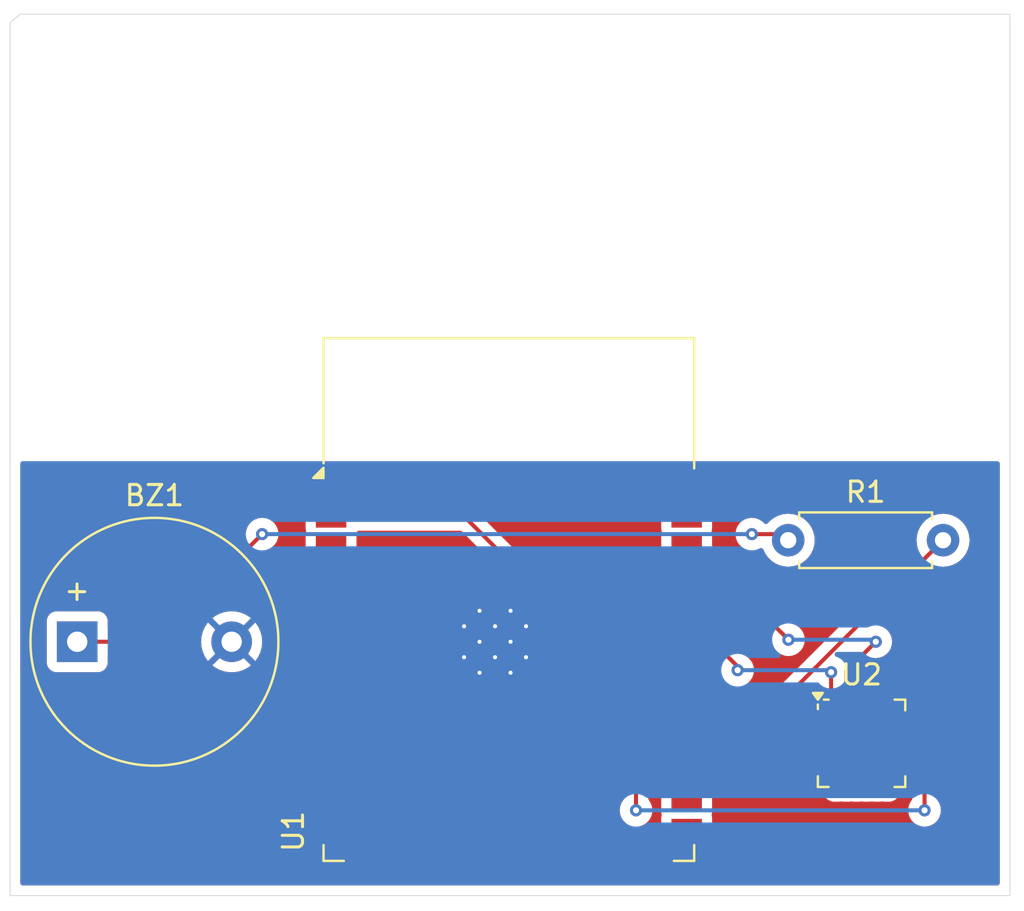
<source format=kicad_pcb>
(kicad_pcb (version 20240108) (generator "pcbnew") (generator_version "8.0")
  (layers (0 "F.Cu" signal "Front") (1 "In1.Cu" signal) (2 "In2.Cu" signal) (31 "B.Cu" signal "Back") (34 "B.Paste" user) (35 "F.Paste" user) (36 "B.SilkS" user "B.Silkscreen") (37 "F.SilkS" user "F.Silkscreen") (38 "B.Mask" user) (39 "F.Mask" user) (44 "Edge.Cuts" user))
  (net 0 "")
  (net 1 "GND")
  (net 2 "Net-(BZ1-+)")
  (net 22 "Net-(U1-IO21)")
  (net 34 "+3.3V")
  (net 35 "Net-(U1-IO22)")
  (net 57 "Net-(U1-IO18)")
  (footprint "Buzzer_Beeper:Buzzer_12x9.5RM7.6" (layer "F.Cu") (at 117.2 99)
    (property "Reference" "BZ1" (at 3.8 -7.2 0) (layer "F.SilkS"))
    (property "Value" "Buzzer")
    (fp_circle (center 3.8 0) (end 9.9 0) (stroke (width 0.12)) (fill none) (layer "F.SilkS"))
    (fp_text user "+" (at -0.01 -2.54 0) (layer "F.SilkS"))
    (pad "1" thru_hole rect (at 0 0) (size 2 2) (drill 1) (layers "*.Cu" "*.Mask") (net 2 "Net-(BZ1-+)"))
    (pad "2" thru_hole circle (at 7.6 0) (size 2 2) (drill 1) (layers "*.Cu" "*.Mask") (net 1 "GND"))
  )
  (footprint "Sensor_Motion:InvenSense_QFN-24_4x4mm_P0.5mm" (layer "F.Cu") (at 155.8 104)
    (property "Reference" "U2" (at 0 -3.375 0) (layer "F.SilkS"))
    (property "Value" "MPU-6050")
    (fp_line (start -2.15 -1.685) (end -2.15 -1.91) (stroke (width 0.12)) (layer "F.SilkS"))
    (fp_line (start -2.15 2.15) (end -2.15 1.625) (stroke (width 0.12)) (layer "F.SilkS"))
    (fp_line (start -2.15 2.15) (end -1.625 2.15) (stroke (width 0.12)) (layer "F.SilkS"))
    (fp_line (start -1.625 -2.15) (end -1.85 -2.15) (stroke (width 0.12)) (layer "F.SilkS"))
    (fp_line (start 2.15 -2.15) (end 1.625 -2.15) (stroke (width 0.12)) (layer "F.SilkS"))
    (fp_line (start 2.15 -2.15) (end 2.15 -1.625) (stroke (width 0.12)) (layer "F.SilkS"))
    (fp_line (start 2.15 2.15) (end 1.625 2.15) (stroke (width 0.12)) (layer "F.SilkS"))
    (fp_line (start 2.15 2.15) (end 2.15 1.625) (stroke (width 0.12)) (layer "F.SilkS"))
    (fp_poly (pts (xy -2.15 -2.15) (xy -2.39 -2.48) (xy -1.91 -2.48) (xy -2.15 -2.15)) (stroke (width 0.12)) (fill solid) (layer "F.SilkS"))
    (pad "1" smd roundrect (at -1.95 -1.25) (size 0.85 0.3) (layers "F.Cu" "F.Paste" "F.Mask"))
    (pad "2" smd roundrect (at -1.95 -0.75) (size 0.85 0.3) (layers "F.Cu" "F.Paste" "F.Mask"))
    (pad "3" smd roundrect (at -1.95 -0.25) (size 0.85 0.3) (layers "F.Cu" "F.Paste" "F.Mask"))
    (pad "4" smd roundrect (at -1.95 0.25) (size 0.85 0.3) (layers "F.Cu" "F.Paste" "F.Mask"))
    (pad "5" smd roundrect (at -1.95 0.75) (size 0.85 0.3) (layers "F.Cu" "F.Paste" "F.Mask"))
    (pad "6" smd roundrect (at -1.95 1.25) (size 0.85 0.3) (layers "F.Cu" "F.Paste" "F.Mask"))
    (pad "7" smd roundrect (at -1.25 1.95 90) (size 0.85 0.3) (layers "F.Cu" "F.Paste" "F.Mask"))
    (pad "8" smd roundrect (at -0.75 1.95 90) (size 0.85 0.3) (layers "F.Cu" "F.Paste" "F.Mask"))
    (pad "9" smd roundrect (at -0.25 1.95 90) (size 0.85 0.3) (layers "F.Cu" "F.Paste" "F.Mask"))
    (pad "10" smd roundrect (at 0.25 1.95 90) (size 0.85 0.3) (layers "F.Cu" "F.Paste" "F.Mask"))
    (pad "11" smd roundrect (at 0.75 1.95 90) (size 0.85 0.3) (layers "F.Cu" "F.Paste" "F.Mask"))
    (pad "12" smd roundrect (at 1.25 1.95 90) (size 0.85 0.3) (layers "F.Cu" "F.Paste" "F.Mask"))
    (pad "13" smd roundrect (at 1.95 1.25) (size 0.85 0.3) (layers "F.Cu" "F.Paste" "F.Mask") (net 34 "+3.3V"))
    (pad "14" smd roundrect (at 1.95 0.75) (size 0.85 0.3) (layers "F.Cu" "F.Paste" "F.Mask"))
    (pad "15" smd roundrect (at 1.95 0.25) (size 0.85 0.3) (layers "F.Cu" "F.Paste" "F.Mask"))
    (pad "16" smd roundrect (at 1.95 -0.25) (size 0.85 0.3) (layers "F.Cu" "F.Paste" "F.Mask"))
    (pad "17" smd roundrect (at 1.95 -0.75) (size 0.85 0.3) (layers "F.Cu" "F.Paste" "F.Mask"))
    (pad "18" smd roundrect (at 1.95 -1.25) (size 0.85 0.3) (layers "F.Cu" "F.Paste" "F.Mask") (net 1 "GND"))
    (pad "19" smd roundrect (at 1.25 -1.95 90) (size 0.85 0.3) (layers "F.Cu" "F.Paste" "F.Mask"))
    (pad "20" smd roundrect (at 0.75 -1.95 90) (size 0.85 0.3) (layers "F.Cu" "F.Paste" "F.Mask"))
    (pad "21" smd roundrect (at 0.25 -1.95 90) (size 0.85 0.3) (layers "F.Cu" "F.Paste" "F.Mask"))
    (pad "22" smd roundrect (at -0.25 -1.95 90) (size 0.85 0.3) (layers "F.Cu" "F.Paste" "F.Mask"))
    (pad "23" smd roundrect (at -0.75 -1.95 90) (size 0.85 0.3) (layers "F.Cu" "F.Paste" "F.Mask") (net 35 "Net-(U1-IO22)"))
    (pad "24" smd roundrect (at -1.25 -1.95 90) (size 0.85 0.3) (layers "F.Cu" "F.Paste" "F.Mask") (net 22 "Net-(U1-IO21)"))
    (zone (net 0) (net_name "") (layer "F.Cu") (connect_pads (clearance 0)) (min_thickness 0.254)
      (keepout (tracks not_allowed) (vias not_allowed) (pads not_allowed) (copperpour not_allowed) (footprints allowed))
      (fill (thermal_gap 0.508) (thermal_bridge_width 0.508))
      (polygon (pts (xy 154.425 102.675) (xy 157.175 102.675) (xy 157.175 105.325) (xy 154.425 105.325)))
    )
  )
  (footprint "RF_Module:ESP32-WROOM-32" (layer "F.Cu") (at 138.4425 99.91)
    (property "Reference" "U1" (at -10.61 8.43 90) (layer "F.SilkS"))
    (property "Value" "ESP32-WROOM-32")
    (fp_line (start -9.12 -15.86) (end -9.12 -9.7) (stroke (width 0.12)) (layer "F.SilkS"))
    (fp_line (start -9.12 -15.86) (end 9.12 -15.86) (stroke (width 0.12)) (layer "F.SilkS"))
    (fp_line (start -9.12 9.1) (end -9.12 9.88) (stroke (width 0.12)) (layer "F.SilkS"))
    (fp_line (start -9.12 9.88) (end -8.12 9.88) (stroke (width 0.12)) (layer "F.SilkS"))
    (fp_line (start 9.12 -15.86) (end 9.12 -9.445) (stroke (width 0.12)) (layer "F.SilkS"))
    (fp_line (start 9.12 9.1) (end 9.12 9.88) (stroke (width 0.12)) (layer "F.SilkS"))
    (fp_line (start 9.12 9.88) (end 8.12 9.88) (stroke (width 0.12)) (layer "F.SilkS"))
    (fp_poly (pts (xy -9.125 -8.975) (xy -9.625 -8.975) (xy -9.125 -9.475) (xy -9.125 -8.975)) (stroke (width 0.12)) (fill solid) (layer "F.SilkS"))
    (pad "1" smd rect (at -8.75 -8.25) (size 1.5 0.9) (layers "F.Cu" "F.Paste" "F.Mask") (net 1 "GND"))
    (pad "2" smd rect (at -8.75 -6.98) (size 1.5 0.9) (layers "F.Cu" "F.Paste" "F.Mask") (net 34 "+3.3V"))
    (pad "3" smd rect (at -8.75 -5.71) (size 1.5 0.9) (layers "F.Cu" "F.Paste" "F.Mask"))
    (pad "4" smd rect (at -8.75 -4.44) (size 1.5 0.9) (layers "F.Cu" "F.Paste" "F.Mask"))
    (pad "5" smd rect (at -8.75 -3.17) (size 1.5 0.9) (layers "F.Cu" "F.Paste" "F.Mask"))
    (pad "6" smd rect (at -8.75 -1.9) (size 1.5 0.9) (layers "F.Cu" "F.Paste" "F.Mask"))
    (pad "7" smd rect (at -8.75 -0.63) (size 1.5 0.9) (layers "F.Cu" "F.Paste" "F.Mask"))
    (pad "8" smd rect (at -8.75 0.64) (size 1.5 0.9) (layers "F.Cu" "F.Paste" "F.Mask"))
    (pad "9" smd rect (at -8.75 1.91) (size 1.5 0.9) (layers "F.Cu" "F.Paste" "F.Mask"))
    (pad "10" smd rect (at -8.75 3.18) (size 1.5 0.9) (layers "F.Cu" "F.Paste" "F.Mask"))
    (pad "11" smd rect (at -8.75 4.45) (size 1.5 0.9) (layers "F.Cu" "F.Paste" "F.Mask"))
    (pad "12" smd rect (at -8.75 5.72) (size 1.5 0.9) (layers "F.Cu" "F.Paste" "F.Mask"))
    (pad "13" smd rect (at -8.75 6.99) (size 1.5 0.9) (layers "F.Cu" "F.Paste" "F.Mask"))
    (pad "14" smd rect (at -8.75 8.26) (size 1.5 0.9) (layers "F.Cu" "F.Paste" "F.Mask"))
    (pad "15" smd rect (at -5.71 9.51 90) (size 1.5 0.9) (layers "F.Cu" "F.Paste" "F.Mask") (net 1 "GND"))
    (pad "16" smd rect (at -4.44 9.51 90) (size 1.5 0.9) (layers "F.Cu" "F.Paste" "F.Mask"))
    (pad "17" smd rect (at -3.17 9.51 90) (size 1.5 0.9) (layers "F.Cu" "F.Paste" "F.Mask"))
    (pad "18" smd rect (at -1.9 9.51 90) (size 1.5 0.9) (layers "F.Cu" "F.Paste" "F.Mask"))
    (pad "19" smd rect (at -0.63 9.51 90) (size 1.5 0.9) (layers "F.Cu" "F.Paste" "F.Mask"))
    (pad "20" smd rect (at 0.64 9.51 90) (size 1.5 0.9) (layers "F.Cu" "F.Paste" "F.Mask"))
    (pad "21" smd rect (at 1.91 9.51 90) (size 1.5 0.9) (layers "F.Cu" "F.Paste" "F.Mask"))
    (pad "22" smd rect (at 3.18 9.51 90) (size 1.5 0.9) (layers "F.Cu" "F.Paste" "F.Mask"))
    (pad "23" smd rect (at 4.45 9.51 90) (size 1.5 0.9) (layers "F.Cu" "F.Paste" "F.Mask"))
    (pad "24" smd rect (at 5.72 9.51 90) (size 1.5 0.9) (layers "F.Cu" "F.Paste" "F.Mask"))
    (pad "25" smd rect (at 8.75 8.26) (size 1.5 0.9) (layers "F.Cu" "F.Paste" "F.Mask"))
    (pad "26" smd rect (at 8.75 6.99) (size 1.5 0.9) (layers "F.Cu" "F.Paste" "F.Mask"))
    (pad "27" smd rect (at 8.75 5.72) (size 1.5 0.9) (layers "F.Cu" "F.Paste" "F.Mask"))
    (pad "28" smd rect (at 8.75 4.45) (size 1.5 0.9) (layers "F.Cu" "F.Paste" "F.Mask"))
    (pad "29" smd rect (at 8.75 3.18) (size 1.5 0.9) (layers "F.Cu" "F.Paste" "F.Mask"))
    (pad "30" smd rect (at 8.75 1.91) (size 1.5 0.9) (layers "F.Cu" "F.Paste" "F.Mask") (net 57 "Net-(U1-IO18)"))
    (pad "31" smd rect (at 8.75 0.64) (size 1.5 0.9) (layers "F.Cu" "F.Paste" "F.Mask"))
    (pad "32" smd rect (at 8.75 -0.63) (size 1.5 0.9) (layers "F.Cu" "F.Paste" "F.Mask"))
    (pad "33" smd rect (at 8.75 -1.9) (size 1.5 0.9) (layers "F.Cu" "F.Paste" "F.Mask") (net 22 "Net-(U1-IO21)"))
    (pad "34" smd rect (at 8.75 -3.17) (size 1.5 0.9) (layers "F.Cu" "F.Paste" "F.Mask"))
    (pad "35" smd rect (at 8.75 -4.44) (size 1.5 0.9) (layers "F.Cu" "F.Paste" "F.Mask"))
    (pad "36" smd rect (at 8.75 -5.71) (size 1.5 0.9) (layers "F.Cu" "F.Paste" "F.Mask") (net 35 "Net-(U1-IO22)"))
    (pad "37" smd rect (at 8.75 -6.98) (size 1.5 0.9) (layers "F.Cu" "F.Paste" "F.Mask"))
    (pad "38" smd rect (at 8.75 -8.25) (size 1.5 0.9) (layers "F.Cu" "F.Paste" "F.Mask") (net 1 "GND"))
    (pad "39" smd rect (at -2.205 -2.435) (size 1.05 1.05) (layers "F.Cu" "F.Paste") (net 1 "GND"))
    (pad "39" thru_hole circle (at -2.205 -1.6725) (size 0.6 0.6) (drill 0.2) (property pad_prop_heatsink) (layers "*.Cu" "F.Mask") (net 1 "GND"))
    (pad "39" smd rect (at -2.205 -0.91) (size 1.05 1.05) (layers "F.Cu" "F.Paste") (net 1 "GND"))
    (pad "39" thru_hole circle (at -2.205 -0.1475) (size 0.6 0.6) (drill 0.2) (property pad_prop_heatsink) (layers "*.Cu" "F.Mask") (net 1 "GND"))
    (pad "39" smd rect (at -2.205 0.615) (size 1.05 1.05) (layers "F.Cu" "F.Paste") (net 1 "GND"))
    (pad "39" thru_hole circle (at -1.4425 -2.435) (size 0.6 0.6) (drill 0.2) (property pad_prop_heatsink) (layers "*.Cu" "F.Mask") (net 1 "GND"))
    (pad "39" thru_hole circle (at -1.4425 -0.91) (size 0.6 0.6) (drill 0.2) (property pad_prop_heatsink) (layers "*.Cu" "F.Mask") (net 1 "GND"))
    (pad "39" thru_hole circle (at -1.4425 0.615) (size 0.6 0.6) (drill 0.2) (property pad_prop_heatsink) (layers "*.Cu" "F.Mask") (net 1 "GND"))
    (pad "39" smd rect (at -0.68 -2.435) (size 1.05 1.05) (layers "F.Cu" "F.Paste") (net 1 "GND"))
    (pad "39" thru_hole circle (at -0.68 -1.6725) (size 0.6 0.6) (drill 0.2) (property pad_prop_heatsink) (layers "*.Cu" "F.Mask") (net 1 "GND"))
    (pad "39" smd rect (at -0.68 -0.91) (size 1.05 1.05) (layers "F.Cu" "F.Paste") (net 1 "GND"))
    (pad "39" smd rect (at -0.68 -0.91) (size 4.2 4.2) (property pad_prop_heatsink) (layers "F.Cu" "F.Mask") (net 1 "GND"))
    (pad "39" thru_hole circle (at -0.68 -0.1475) (size 0.6 0.6) (drill 0.2) (property pad_prop_heatsink) (layers "*.Cu" "F.Mask") (net 1 "GND"))
    (pad "39" smd rect (at -0.68 0.615) (size 1.05 1.05) (layers "F.Cu" "F.Paste") (net 1 "GND"))
    (pad "39" thru_hole circle (at 0.0825 -2.435) (size 0.6 0.6) (drill 0.2) (property pad_prop_heatsink) (layers "*.Cu" "F.Mask") (net 1 "GND"))
    (pad "39" thru_hole circle (at 0.0825 -0.91) (size 0.6 0.6) (drill 0.2) (property pad_prop_heatsink) (layers "*.Cu" "F.Mask") (net 1 "GND"))
    (pad "39" thru_hole circle (at 0.0825 0.615) (size 0.6 0.6) (drill 0.2) (property pad_prop_heatsink) (layers "*.Cu" "F.Mask") (net 1 "GND"))
    (pad "39" smd rect (at 0.845 -2.435) (size 1.05 1.05) (layers "F.Cu" "F.Paste") (net 1 "GND"))
    (pad "39" thru_hole circle (at 0.845 -1.6725) (size 0.6 0.6) (drill 0.2) (property pad_prop_heatsink) (layers "*.Cu" "F.Mask") (net 1 "GND"))
    (pad "39" smd rect (at 0.845 -0.91) (size 1.05 1.05) (layers "F.Cu" "F.Paste") (net 1 "GND"))
    (pad "39" thru_hole circle (at 0.845 -0.1475) (size 0.6 0.6) (drill 0.2) (property pad_prop_heatsink) (layers "*.Cu" "F.Mask") (net 1 "GND"))
    (pad "39" smd rect (at 0.845 0.615) (size 1.05 1.05) (layers "F.Cu" "F.Paste") (net 1 "GND"))
    (zone (net 0) (net_name "") (layers "F.Cu" "In1.Cu" "In2.Cu" "B.Cu") (connect_pads (clearance 0)) (min_thickness 0.254)
      (keepout (tracks not_allowed) (vias not_allowed) (pads not_allowed) (copperpour not_allowed) (footprints not_allowed))
      (fill (thermal_gap 0.508) (thermal_bridge_width 0.508))
      (polygon (pts (xy 114.4425 90.11) (xy 162.4425 90.11) (xy 162.4425 69.17) (xy 114.4425 69.17)))
    )
  )
  (footprint "Resistor_THT:R_Axial_DIN0207_L6.3mm_D2.5mm_P7.62mm_Horizontal" (layer "F.Cu") (at 152.19 94)
    (property "Reference" "R1" (at 3.81 -2.37 0) (layer "F.SilkS"))
    (property "Value" "1K")
    (fp_line (start 0.54 -1.37) (end 7.08 -1.37) (stroke (width 0.12)) (layer "F.SilkS"))
    (fp_line (start 0.54 -1.04) (end 0.54 -1.37) (stroke (width 0.12)) (layer "F.SilkS"))
    (fp_line (start 0.54 1.04) (end 0.54 1.37) (stroke (width 0.12)) (layer "F.SilkS"))
    (fp_line (start 0.54 1.37) (end 7.08 1.37) (stroke (width 0.12)) (layer "F.SilkS"))
    (fp_line (start 7.08 -1.37) (end 7.08 -1.04) (stroke (width 0.12)) (layer "F.SilkS"))
    (fp_line (start 7.08 1.37) (end 7.08 1.04) (stroke (width 0.12)) (layer "F.SilkS"))
    (pad "1" thru_hole circle (at 0 0) (size 1.6 1.6) (drill 0.8) (layers "*.Cu" "*.Mask") (net 2 "Net-(BZ1-+)"))
    (pad "2" thru_hole oval (at 7.62 0) (size 1.6 1.6) (drill 0.8) (layers "*.Cu" "*.Mask") (net 57 "Net-(U1-IO18)"))
  )
  (gr_line (start 113.9 111.5) (end 163.1 111.5) (stroke (width 0.0381)) (layer "Edge.Cuts"))
  (gr_line (start 114.4 68.1) (end 113.9 68.5) (stroke (width 0.0381)) (layer "Edge.Cuts"))
  (gr_line (start 113.9 68.5) (end 113.9 111.5) (stroke (width 0.0381)) (layer "Edge.Cuts"))
  (gr_line (start 163.1 68.1) (end 114.4 68.1) (stroke (width 0.0381)) (layer "Edge.Cuts"))
  (gr_line (start 163.1 111.5) (end 163.1 68.1) (stroke (width 0.0381)) (layer "Edge.Cuts"))
  (segment (start 157.75 102.75) (end 158.65 102.75) (width 0.2) (layer "F.Cu") (net 1))
  (segment (start 158.65 102.75) (end 159.6 101.8) (width 0.2) (layer "F.Cu") (net 1))
  (segment (start 117.2 99) (end 121 99) (width 0.2) (layer "F.Cu") (net 2))
  (segment (start 150.4 93.7) (end 151.89 93.7) (width 0.2) (layer "F.Cu") (net 2))
  (segment (start 121 99) (end 126.3 93.7) (width 0.2) (layer "F.Cu") (net 2))
  (segment (start 151.89 93.7) (end 152.19 94) (width 0.2) (layer "F.Cu") (net 2))
  (via (at 126.3 93.7) (size 0.6) (drill 0.3) (layers "F.Cu" "B.Cu") (net 2))
  (via (at 150.4 93.7) (size 0.6) (drill 0.3) (layers "F.Cu" "B.Cu") (net 2))
  (segment (start 126.3 93.7) (end 150.4 93.7) (width 0.2) (layer "B.Cu") (net 2))
  (segment (start 154.3 101.8) (end 154.55 102.05) (width 0.2) (layer "F.Cu") (net 22))
  (segment (start 154.3 100.5) (end 154.3 101.8) (width 0.2) (layer "F.Cu") (net 22))
  (segment (start 147.4925 98.01) (end 149.7 100.2175) (width 0.2) (layer "F.Cu") (net 22))
  (segment (start 147.1925 98.01) (end 147.4925 98.01) (width 0.2) (layer "F.Cu") (net 22))
  (segment (start 149.7 100.2175) (end 149.7 100.4) (width 0.2) (layer "F.Cu") (net 22))
  (via (at 149.7 100.4) (size 0.6) (drill 0.3) (layers "F.Cu" "B.Cu") (net 22))
  (via (at 154.3 100.5) (size 0.6) (drill 0.3) (layers "F.Cu" "B.Cu") (net 22))
  (segment (start 154.2 100.4) (end 154.3 100.5) (width 0.2) (layer "B.Cu") (net 22))
  (segment (start 149.7 100.4) (end 154.2 100.4) (width 0.2) (layer "B.Cu") (net 22))
  (segment (start 129.6925 92.93) (end 136.3465 92.93) (width 0.2) (layer "F.Cu") (net 34))
  (segment (start 158.9 106.4) (end 157.75 105.25) (width 0.2) (layer "F.Cu") (net 34))
  (segment (start 144.7 101.2835) (end 144.7 107.3) (width 0.2) (layer "F.Cu") (net 34))
  (segment (start 136.3465 92.93) (end 144.7 101.2835) (width 0.2) (layer "F.Cu") (net 34))
  (segment (start 158.9 107.3) (end 158.9 106.4) (width 0.2) (layer "F.Cu") (net 34))
  (via (at 158.9 107.3) (size 0.6) (drill 0.3) (layers "F.Cu" "B.Cu") (net 34))
  (via (at 144.7 107.3) (size 0.6) (drill 0.3) (layers "F.Cu" "B.Cu") (net 34))
  (segment (start 144.7 107.3) (end 158.9 107.3) (width 0.2) (layer "B.Cu") (net 34))
  (segment (start 147.5 94.2) (end 152.2 98.9) (width 0.2) (layer "F.Cu") (net 35))
  (segment (start 155.05 100.45) (end 155.05 102.05) (width 0.2) (layer "F.Cu") (net 35))
  (segment (start 147.1925 94.2) (end 147.5 94.2) (width 0.2) (layer "F.Cu") (net 35))
  (segment (start 156.5 99) (end 155.05 100.45) (width 0.2) (layer "F.Cu") (net 35))
  (via (at 156.5 99) (size 0.6) (drill 0.3) (layers "F.Cu" "B.Cu") (net 35))
  (via (at 152.2 98.9) (size 0.6) (drill 0.3) (layers "F.Cu" "B.Cu") (net 35))
  (segment (start 152.2 98.9) (end 156.4 98.9) (width 0.2) (layer "B.Cu") (net 35))
  (segment (start 156.4 98.9) (end 156.5 99) (width 0.2) (layer "B.Cu") (net 35))
  (segment (start 147.1925 101.82) (end 151.99 101.82) (width 0.2) (layer "F.Cu") (net 57))
  (segment (start 151.99 101.82) (end 159.81 94) (width 0.2) (layer "F.Cu") (net 57))
  (zone (net 1) (net_name "GND") (layers "F&B.Cu") (connect_pads (clearance 0.5)) (min_thickness 0.25) (fill yes (thermal_gap 0.5) (thermal_bridge_width 0.3))
    (polygon (pts (xy 113.6 67.6) (xy 113.4 112.2) (xy 163.8 112) (xy 163.6 67.4)))
  )
)
</source>
